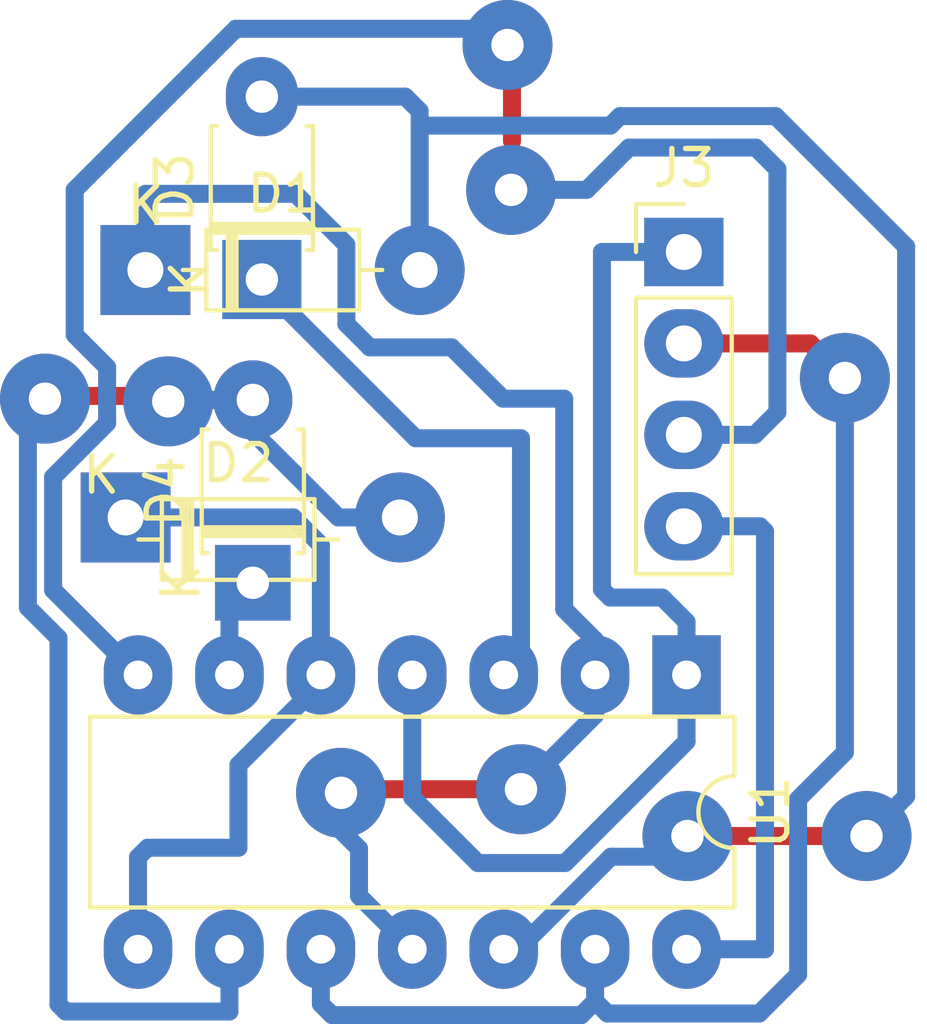
<source format=kicad_pcb>
(kicad_pcb (version 20211014) (generator pcbnew)
  (layers (0 "F.Cu" signal) (31 "B.Cu" signal) (34 "B.Paste" user) (35 "F.Paste" user) (36 "B.SilkS" user "B.Silkscreen") (37 "F.SilkS" user "F.Silkscreen") (38 "B.Mask" user) (39 "F.Mask" user) (44 "Edge.Cuts" user))
  (net 0 "")
  (net 1 "/Read")
  (net 2 "/Write")
  (net 3 "Net-(U1-Pad3)")
  (net 4 "Net-(J3-Pad3)")
  (net 5 "Net-(J3-Pad4)")
  (net 6 "Net-(D2-Pad1)")
  (net 7 "Net-(D2-Pad2)")
  (net 8 "Net-(U1-Pad6)")
  (net 9 "Net-(U1-Pad11)")
  (net 10 "Net-(D3-Pad2)")
  (footprint "Diode_THT:D_T-1_P5.08mm_Horizontal" (layer "F.Cu") (at 81.125 92.715 90)
    (fp_text reference "D4" (at 2.54 -2.42 90) (layer "F.SilkS"))
    (fp_text value "1N4148")
    (fp_text user "K" (at 0 -2 90) (layer "F.SilkS"))
    (fp_line (start 0.82 -1.24) (end 0.82 -1.42) (layer "F.SilkS") (width 0.12))
    (fp_line (start 0.82 -1.42) (end 4.26 -1.42) (layer "F.SilkS") (width 0.12))
    (fp_line (start 0.82 1.42) (end 4.26 1.42) (layer "F.SilkS") (width 0.12))
    (fp_line (start 0.82 1.24) (end 0.82 1.42) (layer "F.SilkS") (width 0.12))
    (fp_line (start 4.26 1.42) (end 4.26 1.24) (layer "F.SilkS") (width 0.12))
    (fp_line (start 1.42 -1.42) (end 1.42 1.42) (layer "F.SilkS") (width 0.12))
    (fp_line (start 4.26 -1.42) (end 4.26 -1.24) (layer "F.SilkS") (width 0.12))
    (fp_line (start 1.54 -1.42) (end 1.54 1.42) (layer "F.SilkS") (width 0.12))
    (fp_line (start 1.3 -1.42) (end 1.3 1.42) (layer "F.SilkS") (width 0.12))
    (pad "1" thru_hole rect (at 0 0 90) (size 2.1 2.1) (drill 0.9) (layers *.Cu *.Mask) (net 8 "Net-(U1-Pad6)"))
    (pad "2" thru_hole oval (at 5.08 0 90) (size 2.2 2.2) (drill 0.9) (layers *.Cu *.Mask) (net 7 "Net-(D2-Pad2)"))
  )
  (footprint "Diode_THT:D_T-1_P5.08mm_Horizontal" (layer "F.Cu") (at 81.375 84.29 90)
    (fp_text reference "D3" (at 2.54 -2.42 90) (layer "F.SilkS"))
    (fp_text value "1N4148")
    (fp_text user "K" (at 0 -2 90) (layer "F.SilkS"))
    (fp_line (start 0.82 -1.42) (end 4.26 -1.42) (layer "F.SilkS") (width 0.12))
    (fp_line (start 4.26 -1.42) (end 4.26 -1.24) (layer "F.SilkS") (width 0.12))
    (fp_line (start 0.82 1.42) (end 4.26 1.42) (layer "F.SilkS") (width 0.12))
    (fp_line (start 0.82 1.24) (end 0.82 1.42) (layer "F.SilkS") (width 0.12))
    (fp_line (start 1.42 -1.42) (end 1.42 1.42) (layer "F.SilkS") (width 0.12))
    (fp_line (start 1.54 -1.42) (end 1.54 1.42) (layer "F.SilkS") (width 0.12))
    (fp_line (start 1.3 -1.42) (end 1.3 1.42) (layer "F.SilkS") (width 0.12))
    (fp_line (start 0.82 -1.24) (end 0.82 -1.42) (layer "F.SilkS") (width 0.12))
    (fp_line (start 4.26 1.42) (end 4.26 1.24) (layer "F.SilkS") (width 0.12))
    (pad "1" thru_hole rect (at 0 0 90) (size 2.2 2.2) (drill 0.9) (layers *.Cu *.Mask) (net 3 "Net-(U1-Pad3)"))
    (pad "2" thru_hole oval (at 5.08 0 90) (size 2.2 2) (drill 0.9) (layers *.Cu *.Mask) (net 10 "Net-(D3-Pad2)"))
  )
  (footprint "Diode_THT:D_DO-35_SOD27_P7.62mm_Horizontal" (layer "F.Cu") (at 76.9075 91.5125)
    (fp_text reference "D2" (at 3.81 -2.12) (layer "F.SilkS"))
    (fp_text value "BAT43")
    (fp_text user "K" (at 0 -1.8) (layer "F.SilkS"))
    (fp_line (start 6.58 0) (end 5.93 0) (layer "F.SilkS") (width 0.12))
    (fp_line (start 1.69 1.12) (end 5.93 1.12) (layer "F.SilkS") (width 0.12))
    (fp_line (start 2.29 -1.12) (end 2.29 1.12) (layer "F.SilkS") (width 0.12))
    (fp_line (start 5.93 -1.12) (end 1.69 -1.12) (layer "F.SilkS") (width 0.12))
    (fp_line (start 1.69 -1.12) (end 1.69 1.12) (layer "F.SilkS") (width 0.12))
    (fp_line (start 2.53 -1.12) (end 2.53 1.12) (layer "F.SilkS") (width 0.12))
    (fp_line (start 5.93 1.12) (end 5.93 -1.12) (layer "F.SilkS") (width 0.12))
    (fp_line (start 1.04 0) (end 1.69 0) (layer "F.SilkS") (width 0.12))
    (fp_line (start 2.41 -1.12) (end 2.41 1.12) (layer "F.SilkS") (width 0.12))
    (pad "1" thru_hole trapezoid (at 0.6825 -0.6125) (size 2.5 2.5) (drill 1) (layers *.Cu *.Mask) (net 6 "Net-(D2-Pad1)"))
    (pad "2" thru_hole oval (at 8.3025 -0.6125) (size 2.5 2.5) (drill 1) (layers *.Cu *.Mask) (net 7 "Net-(D2-Pad2)"))
  )
  (footprint "Connector_PinHeader_2.54mm:PinHeader_1x04_P2.54mm_Vertical" (layer "F.Cu") (at 93.1 83.525)
    (fp_text reference "J3" (at 0 -2.33) (layer "F.SilkS"))
    (fp_text value "Conn_01x04_Male")
    (fp_line (start -1.33 8.95) (end 1.33 8.95) (layer "F.SilkS") (width 0.12))
    (fp_line (start -1.33 -1.33) (end 0 -1.33) (layer "F.SilkS") (width 0.12))
    (fp_line (start -1.33 1.27) (end -1.33 8.95) (layer "F.SilkS") (width 0.12))
    (fp_line (start -1.33 1.27) (end 1.33 1.27) (layer "F.SilkS") (width 0.12))
    (fp_line (start -1.33 0) (end -1.33 -1.33) (layer "F.SilkS") (width 0.12))
    (fp_line (start 1.33 1.27) (end 1.33 8.95) (layer "F.SilkS") (width 0.12))
    (pad "1" thru_hole rect (at 0 0) (size 2.2 1.9) (drill 1) (layers *.Cu *.Mask) (net 1 "/Read"))
    (pad "2" thru_hole oval (at 0 2.54) (size 2.2 1.9) (drill 1) (layers *.Cu *.Mask) (net 2 "/Write"))
    (pad "3" thru_hole oval (at 0 5.08) (size 2.2 1.9) (drill 1) (layers *.Cu *.Mask) (net 4 "Net-(J3-Pad3)"))
    (pad "4" thru_hole oval (at 0 7.62) (size 2.2 1.9) (drill 1) (layers *.Cu *.Mask) (net 5 "Net-(J3-Pad4)"))
  )
  (footprint "Package_DIP:DIP-14_W7.62mm" (layer "F.Cu") (at 93.175 95.275 -90)
    (fp_text reference "U1" (at 3.81 -2.33 90) (layer "F.SilkS"))
    (fp_text value "74LS125")
    (fp_line (start 2.81 -1.33) (end 1.16 -1.33) (layer "F.SilkS") (width 0.12))
    (fp_line (start 6.46 16.57) (end 6.46 -1.33) (layer "F.SilkS") (width 0.12))
    (fp_line (start 1.16 16.57) (end 6.46 16.57) (layer "F.SilkS") (width 0.12))
    (fp_line (start 1.16 -1.33) (end 1.16 16.57) (layer "F.SilkS") (width 0.12))
    (fp_line (start 6.46 -1.33) (end 4.81 -1.33) (layer "F.SilkS") (width 0.12))
    (fp_arc (start 4.81 -1.33) (mid 3.81 -0.33) (end 2.81 -1.33) (layer "F.SilkS") (width 0.12))
    (pad "1" thru_hole rect (at 0 0 270) (size 2.2 1.9) (drill 0.8) (layers *.Cu *.Mask) (net 1 "/Read"))
    (pad "2" thru_hole oval (at 0 2.54 270) (size 2.2 1.9) (drill 0.8) (layers *.Cu *.Mask) (net 9 "Net-(U1-Pad11)"))
    (pad "3" thru_hole oval (at 0 5.08 270) (size 2.2 1.9) (drill 0.8) (layers *.Cu *.Mask) (net 3 "Net-(U1-Pad3)"))
    (pad "4" thru_hole oval (at 0 7.62 270) (size 2.2 1.9) (drill 0.8) (layers *.Cu *.Mask) (net 1 "/Read"))
    (pad "5" thru_hole oval (at 0 10.16 270) (size 2.2 1.9) (drill 0.8) (layers *.Cu *.Mask) (net 6 "Net-(D2-Pad1)"))
    (pad "6" thru_hole oval (at 0 12.7 270) (size 2.2 1.9) (drill 0.8) (layers *.Cu *.Mask) (net 8 "Net-(U1-Pad6)"))
    (pad "7" thru_hole oval (at 0 15.24 270) (size 2.2 1.9) (drill 0.8) (layers *.Cu *.Mask) (net 4 "Net-(J3-Pad3)"))
    (pad "8" thru_hole oval (at 7.62 15.24 270) (size 2.2 1.9) (drill 0.8) (layers *.Cu *.Mask) (net 6 "Net-(D2-Pad1)"))
    (pad "9" thru_hole oval (at 7.62 12.7 270) (size 2.2 1.9) (drill 0.8) (layers *.Cu *.Mask) (net 7 "Net-(D2-Pad2)"))
    (pad "10" thru_hole oval (at 7.62 10.16 270) (size 2.2 1.9) (drill 0.8) (layers *.Cu *.Mask) (net 2 "/Write"))
    (pad "11" thru_hole oval (at 7.62 7.62 270) (size 2.2 1.9) (drill 0.8) (layers *.Cu *.Mask) (net 9 "Net-(U1-Pad11)"))
    (pad "12" thru_hole oval (at 7.62 5.08 270) (size 2.2 1.9) (drill 0.8) (layers *.Cu *.Mask) (net 10 "Net-(D3-Pad2)"))
    (pad "13" thru_hole oval (at 7.62 2.54 270) (size 2.2 1.9) (drill 0.8) (layers *.Cu *.Mask) (net 2 "/Write"))
    (pad "14" thru_hole oval (at 7.62 0 270) (size 2.2 1.9) (drill 0.8) (layers *.Cu *.Mask) (net 5 "Net-(J3-Pad4)"))
  )
  (footprint "Diode_THT:D_DO-35_SOD27_P7.62mm_Horizontal" (layer "F.Cu") (at 78.14 84.025)
    (fp_text reference "D1" (at 3.81 -2.12) (layer "F.SilkS"))
    (fp_text value "BAT43")
    (fp_text user "K" (at 0 -1.8) (layer "F.SilkS"))
    (fp_line (start 6.58 0) (end 5.93 0) (layer "F.SilkS") (width 0.12))
    (fp_line (start 2.29 -1.12) (end 2.29 1.12) (layer "F.SilkS") (width 0.12))
    (fp_line (start 1.04 0) (end 1.69 0) (layer "F.SilkS") (width 0.12))
    (fp_line (start 5.93 1.12) (end 5.93 -1.12) (layer "F.SilkS") (width 0.12))
    (fp_line (start 1.69 -1.12) (end 1.69 1.12) (layer "F.SilkS") (width 0.12))
    (fp_line (start 1.69 1.12) (end 5.93 1.12) (layer "F.SilkS") (width 0.12))
    (fp_line (start 5.93 -1.12) (end 1.69 -1.12) (layer "F.SilkS") (width 0.12))
    (fp_line (start 2.41 -1.12) (end 2.41 1.12) (layer "F.SilkS") (width 0.12))
    (fp_line (start 2.53 -1.12) (end 2.53 1.12) (layer "F.SilkS") (width 0.12))
    (pad "1" thru_hole rect (at 0 0) (size 2.5 2.5) (drill 1) (layers *.Cu *.Mask) (net 9 "Net-(U1-Pad11)"))
    (pad "2" thru_hole oval (at 7.62 0) (size 2.5 2.5) (drill 1) (layers *.Cu *.Mask) (net 10 "Net-(D3-Pad2)"))
  )
  (segment (start 93.175 93.8) (end 92.5 93.125) (width 0.5) (layer "B.Cu") (net 1))
  (segment (start 89.8 100.5) (end 93.175 97.125) (width 0.5) (layer "B.Cu") (net 1))
  (segment (start 85.555 95.275) (end 85.555 98.68) (width 0.5) (layer "B.Cu") (net 1))
  (segment (start 90.825 83.525) (end 93.1 83.525) (width 0.5) (layer "B.Cu") (net 1))
  (segment (start 87.375 100.5) (end 89.8 100.5) (width 0.5) (layer "B.Cu") (net 1))
  (segment (start 85.555 98.68) (end 87.375 100.5) (width 0.5) (layer "B.Cu") (net 1))
  (segment (start 93.175 97.125) (end 93.175 95.275) (width 0.5) (layer "B.Cu") (net 1))
  (segment (start 91.05 93.125) (end 90.825 92.9) (width 0.5) (layer "B.Cu") (net 1))
  (segment (start 90.825 92.9) (end 90.825 83.525) (width 0.5) (layer "B.Cu") (net 1))
  (segment (start 93.175 95.275) (end 93.175 93.8) (width 0.5) (layer "B.Cu") (net 1))
  (segment (start 85.555 94.42) (end 85.555 95.275) (width 0.5) (layer "B.Cu") (net 1))
  (segment (start 92.5 93.125) (end 91.05 93.125) (width 0.5) (layer "B.Cu") (net 1))
  (segment (start 93.1 86.065) (end 96.615 86.065) (width 0.5) (layer "F.Cu") (net 2))
  (segment (start 96.615 86.065) (end 97.575 87.025) (width 0.5) (layer "F.Cu") (net 2))
  (via (at 97.575 87.025) (size 2.5) (drill 0.9) (layers "F.Cu" "B.Cu") (net 2))
  (segment (start 90.635 104.34) (end 90.975 104.68) (width 0.5) (layer "B.Cu") (net 2))
  (segment (start 83.015 104.415) (end 83.325 104.725) (width 0.5) (layer "B.Cu") (net 2))
  (segment (start 97.575 97.425) (end 96.275 98.725) (width 0.5) (layer "B.Cu") (net 2))
  (segment (start 90.975 104.68) (end 95.195 104.68) (width 0.5) (layer "B.Cu") (net 2))
  (segment (start 97.575 87.025) (end 97.575 97.425) (width 0.5) (layer "B.Cu") (net 2))
  (segment (start 90.635 104.34) (end 90.635 102.895) (width 0.5) (layer "B.Cu") (net 2))
  (segment (start 83.015 102.895) (end 83.015 104.415) (width 0.5) (layer "B.Cu") (net 2))
  (segment (start 95.195 104.68) (end 96.275 103.6) (width 0.5) (layer "B.Cu") (net 2))
  (segment (start 90.25 104.725) (end 90.635 104.34) (width 0.5) (layer "B.Cu") (net 2))
  (segment (start 83.325 104.725) (end 90.25 104.725) (width 0.5) (layer "B.Cu") (net 2))
  (segment (start 96.275 98.725) (end 96.275 103.6) (width 0.5) (layer "B.Cu") (net 2))
  (segment (start 88.575 88.7) (end 88.575 94.76573) (width 0.5) (layer "B.Cu") (net 3))
  (segment (start 81.375 84.29) (end 81.375 84.425) (width 0.5) (layer "B.Cu") (net 3))
  (segment (start 88.589635 94.780365) (end 88.625 94.745) (width 0.5) (layer "B.Cu") (net 3))
  (segment (start 81.375 84.425) (end 85.65 88.7) (width 0.5) (layer "B.Cu") (net 3))
  (segment (start 88.575 94.76573) (end 88.589635 94.780365) (width 0.5) (layer "B.Cu") (net 3))
  (segment (start 85.65 88.7) (end 88.575 88.7) (width 0.5) (layer "B.Cu") (net 3))
  (segment (start 88.325 80.45) (end 88.325 77.1) (width 0.5) (layer "F.Cu") (net 4))
  (via (at 88.3 81.8) (size 2.5) (drill 0.9) (layers "F.Cu" "B.Cu") (net 4))
  (via (at 88.2 77.775) (size 2.5) (drill 0.9) (layers "F.Cu" "B.Cu") (net 4))
  (segment (start 77.075489 88.277984) (end 75.575 89.778473) (width 0.5) (layer "B.Cu") (net 4))
  (segment (start 76.175 81.8) (end 76.175 85.825) (width 0.5) (layer "B.Cu") (net 4))
  (segment (start 95.07 88.605) (end 93.1 88.605) (width 0.5) (layer "B.Cu") (net 4))
  (segment (start 76.175 85.825) (end 77.075489 86.725489) (width 0.5) (layer "B.Cu") (net 4))
  (segment (start 87.75 77.325) (end 80.65 77.325) (width 0.5) (layer "B.Cu") (net 4))
  (segment (start 95.7 87.975) (end 95.07 88.605) (width 0.5) (layer "B.Cu") (net 4))
  (segment (start 88.2 77.775) (end 87.75 77.325) (width 0.5) (layer "B.Cu") (net 4))
  (segment (start 75.575 89.778473) (end 75.575 92.915) (width 0.5) (layer "B.Cu") (net 4))
  (segment (start 91.575 80.625) (end 95.1 80.625) (width 0.5) (layer "B.Cu") (net 4))
  (segment (start 75.575 92.915) (end 77.935 95.275) (width 0.5) (layer "B.Cu") (net 4))
  (segment (start 95.7 81.425) (end 95.7 87.975) (width 0.5) (layer "B.Cu") (net 4))
  (segment (start 95.7 81.225) (end 95.1 80.625) (width 0.5) (layer "B.Cu") (net 4))
  (segment (start 80.65 77.325) (end 76.175 81.8) (width 0.5) (layer "B.Cu") (net 4))
  (segment (start 90.4 81.8) (end 91.575 80.625) (width 0.5) (layer "B.Cu") (net 4))
  (segment (start 95.7 81.425) (end 95.7 81.225) (width 0.5) (layer "B.Cu") (net 4))
  (segment (start 77.075489 86.725489) (end 77.075489 88.277984) (width 0.5) (layer "B.Cu") (net 4))
  (segment (start 88.3 81.8) (end 90.4 81.8) (width 0.5) (layer "B.Cu") (net 4))
  (segment (start 77.935 95.275) (end 77.935 94.515) (width 0.5) (layer "B.Cu") (net 4))
  (segment (start 95.215 91.145) (end 95.355 91.285) (width 0.5) (layer "B.Cu") (net 5))
  (segment (start 93.1 91.145) (end 95.215 91.145) (width 0.5) (layer "B.Cu") (net 5))
  (segment (start 93.175 102.895) (end 95.355 102.895) (width 0.5) (layer "B.Cu") (net 5))
  (segment (start 95.355 102.895) (end 95.355 91.285) (width 0.5) (layer "B.Cu") (net 5))
  (segment (start 77.935 102.895) (end 77.935 100.34) (width 0.5) (layer "B.Cu") (net 6))
  (segment (start 78.2 100.075) (end 80.725 100.075) (width 0.5) (layer "B.Cu") (net 6))
  (segment (start 83.015 91.665) (end 83.015 95.275) (width 0.5) (layer "B.Cu") (net 6))
  (segment (start 83.05 95.31) (end 83.015 95.275) (width 0.5) (layer "B.Cu") (net 6))
  (segment (start 82.25 90.9) (end 83.015 91.665) (width 0.5) (layer "B.Cu") (net 6))
  (segment (start 80.725 97.775) (end 80.725 100.075) (width 0.5) (layer "B.Cu") (net 6))
  (segment (start 77.59 90.9) (end 82.25 90.9) (width 0.5) (layer "B.Cu") (net 6))
  (segment (start 77.935 100.34) (end 78.2 100.075) (width 0.5) (layer "B.Cu") (net 6))
  (segment (start 83.015 95.485) (end 80.725 97.775) (width 0.5) (layer "B.Cu") (net 6))
  (segment (start 83.015 95.275) (end 83.015 95.485) (width 0.5) (layer "B.Cu") (net 6))
  (segment (start 78.375 87.525) (end 75.4255 87.525) (width 0.5) (layer "F.Cu") (net 7))
  (via (at 78.775 87.675) (size 2.5) (drill 0.9) (layers "F.Cu" "B.Cu") (net 7))
  (via (at 75.35 87.6) (size 2.5) (drill 0.9) (layers "F.Cu" "B.Cu") (net 7))
  (segment (start 81.125 88.525) (end 81.125 87.635) (width 0.5) (layer "B.Cu") (net 7))
  (segment (start 74.875 87.625) (end 74.875 93.4) (width 0.5) (layer "B.Cu") (net 7))
  (segment (start 78.485 87.635) (end 78.375 87.525) (width 0.5) (layer "B.Cu") (net 7))
  (segment (start 83.5 90.9) (end 81.125 88.525) (width 0.5) (layer "B.Cu") (net 7))
  (segment (start 75.925 104.625) (end 75.725 104.425) (width 0.5) (layer "B.Cu") (net 7))
  (segment (start 74.875 93.4) (end 75.725 94.25) (width 0.5) (layer "B.Cu") (net 7))
  (segment (start 85.21 90.9) (end 83.5 90.9) (width 0.5) (layer "B.Cu") (net 7))
  (segment (start 81.125 87.635) (end 78.485 87.635) (width 0.5) (layer "B.Cu") (net 7))
  (segment (start 80.475 102.895) (end 80.475 104.625) (width 0.5) (layer "B.Cu") (net 7))
  (segment (start 80.475 104.625) (end 75.925 104.625) (width 0.5) (layer "B.Cu") (net 7))
  (segment (start 75.725 104.425) (end 75.725 94.25) (width 0.5) (layer "B.Cu") (net 7))
  (segment (start 80.475 93.365) (end 81.125 92.715) (width 0.5) (layer "B.Cu") (net 8))
  (segment (start 80.475 95.275) (end 80.475 93.365) (width 0.5) (layer "B.Cu") (net 8))
  (segment (start 80.925 94.73573) (end 80.969635 94.780365) (width 0.5) (layer "B.Cu") (net 8))
  (segment (start 83.575 98.55) (end 83.675 98.45) (width 0.5) (layer "F.Cu") (net 9))
  (segment (start 83.675 98.45) (end 88.575 98.45) (width 0.5) (layer "F.Cu") (net 9))
  (via (at 83.575 98.55) (size 2.5) (drill 0.9) (layers "F.Cu" "B.Cu") (net 9))
  (via (at 88.575 98.45) (size 2.5) (drill 0.9) (layers "F.Cu" "B.Cu") (net 9))
  (segment (start 78.14 83.39) (end 78.14 84.05) (width 0.5) (layer "B.Cu") (net 9))
  (segment (start 84.375 86.175) (end 86.65 86.175) (width 0.5) (layer "B.Cu") (net 9))
  (segment (start 83.725 85.525) (end 84.375 86.175) (width 0.5) (layer "B.Cu") (net 9))
  (segment (start 82.31 81.91) (end 83.725 83.325) (width 0.5) (layer "B.Cu") (net 9))
  (segment (start 88.075 87.6) (end 89.775 87.6) (width 0.5) (layer "B.Cu") (net 9))
  (segment (start 78.14 84.025) (end 78.14 81.91) (width 0.5) (layer "B.Cu") (net 9))
  (segment (start 83.725 83.325) (end 83.725 85.525) (width 0.5) (layer "B.Cu") (net 9))
  (segment (start 90.275 95.635) (end 90.635 95.275) (width 0.5) (layer "B.Cu") (net 9))
  (segment (start 90.635 94.31) (end 90.635 95.275) (width 0.5) (layer "B.Cu") (net 9))
  (segment (start 84.075 100.1) (end 84.075 101.415) (width 0.5) (layer "B.Cu") (net 9))
  (segment (start 83.575 99.6) (end 84.075 100.1) (width 0.5) (layer "B.Cu") (net 9))
  (segment (start 90.635 96.39) (end 88.575 98.45) (width 0.5) (layer "B.Cu") (net 9))
  (segment (start 89.775 93.45) (end 90.635 94.31) (width 0.5) (layer "B.Cu") (net 9))
  (segment (start 78.14 81.91) (end 82.31 81.91) (width 0.5) (layer "B.Cu") (net 9))
  (segment (start 84.075 101.415) (end 85.555 102.895) (width 0.5) (layer "B.Cu") (net 9))
  (segment (start 78.21 83.955) (end 78.14 84.025) (width 0.5) (layer "B.Cu") (net 9))
  (segment (start 90.635 95.275) (end 90.635 96.39) (width 0.5) (layer "B.Cu") (net 9))
  (segment (start 78.14 84.025) (end 78.14 84.415) (width 0.5) (layer "B.Cu") (net 9))
  (segment (start 83.575 98.55) (end 83.575 99.6) (width 0.5) (layer "B.Cu") (net 9))
  (segment (start 86.65 86.175) (end 88.075 87.6) (width 0.5) (layer "B.Cu") (net 9))
  (segment (start 89.775 87.6) (end 89.775 93.45) (width 0.5) (layer "B.Cu") (net 9))
  (segment (start 93.2 99.75) (end 98.175 99.75) (width 0.5) (layer "F.Cu") (net 10))
  (via (at 98.175 99.75) (size 2.5) (drill 0.9) (layers "F.Cu" "B.Cu") (net 10))
  (via (at 93.2 99.75) (size 2.5) (drill 0.9) (layers "F.Cu" "B.Cu") (net 10))
  (segment (start 91.324519 79.750481) (end 95.650481 79.750481) (width 0.5) (layer "B.Cu") (net 10))
  (segment (start 91.074022 100.325) (end 92.625 100.325) (width 0.5) (layer "B.Cu") (net 10))
  (segment (start 88.095 102.895) (end 88.504022 102.895) (width 0.5) (layer "B.Cu") (net 10))
  (segment (start 85.76 80.015) (end 91.06 80.015) (width 0.5) (layer "B.Cu") (net 10))
  (segment (start 81.375 79.21) (end 85.36 79.21) (width 0.5) (layer "B.Cu") (net 10))
  (segment (start 85.76 79.61) (end 85.76 80.015) (width 0.5) (layer "B.Cu") (net 10))
  (segment (start 92.625 100.325) (end 93.2 99.75) (width 0.5) (layer "B.Cu") (net 10))
  (segment (start 99.274511 98.650489) (end 98.175 99.75) (width 0.5) (layer "B.Cu") (net 10))
  (segment (start 85.36 79.21) (end 85.76 79.61) (width 0.5) (layer "B.Cu") (net 10))
  (segment (start 91.06 80.015) (end 91.324519 79.750481) (width 0.5) (layer "B.Cu") (net 10))
  (segment (start 95.650481 79.750481) (end 99.274511 83.374511) (width 0.5) (layer "B.Cu") (net 10))
  (segment (start 85.76 80.015) (end 85.76 84.025) (width 0.5) (layer "B.Cu") (net 10))
  (segment (start 88.504022 102.895) (end 91.074022 100.325) (width 0.5) (layer "B.Cu") (net 10))
  (segment (start 99.274511 83.374511) (end 99.274511 98.650489) (width 0.5) (layer "B.Cu") (net 10))
)
</source>
